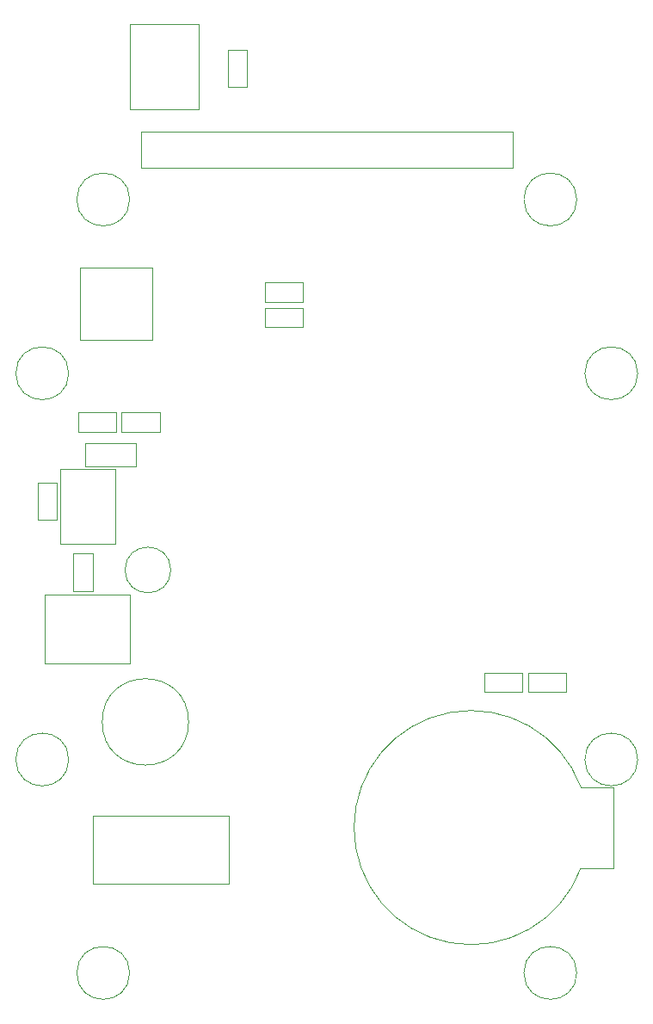
<source format=gbr>
%TF.GenerationSoftware,KiCad,Pcbnew,(5.1.10)-1*%
%TF.CreationDate,2023-09-30T19:16:06-07:00*%
%TF.ProjectId,PacmanClock_ESP32_SPI_v1_6,5061636d-616e-4436-9c6f-636b5f455350,1.6*%
%TF.SameCoordinates,Original*%
%TF.FileFunction,Other,User*%
%FSLAX46Y46*%
G04 Gerber Fmt 4.6, Leading zero omitted, Abs format (unit mm)*
G04 Created by KiCad (PCBNEW (5.1.10)-1) date 2023-09-30 19:16:06*
%MOMM*%
%LPD*%
G01*
G04 APERTURE LIST*
%ADD10C,0.120000*%
%ADD11C,0.050000*%
G04 APERTURE END LIST*
D10*
%TO.C,BT1*%
X193200000Y-142700000D02*
X190000000Y-142700000D01*
X190000000Y-134700000D02*
X193200000Y-134700000D01*
X193200000Y-134700000D02*
X193200000Y-142700000D01*
X189999999Y-142700000D02*
G75*
G02*
X189999999Y-134700001I-10799999J4000000D01*
G01*
D11*
%TO.C,U1*%
X144200000Y-110800000D02*
X144200000Y-103400000D01*
X138800000Y-110800000D02*
X144200000Y-110800000D01*
X138800000Y-103400000D02*
X138800000Y-110800000D01*
X144200000Y-103400000D02*
X138800000Y-103400000D01*
%TO.C,C6*%
X140020000Y-111720000D02*
X141980000Y-111720000D01*
X141980000Y-111720000D02*
X141980000Y-115480000D01*
X141980000Y-115480000D02*
X140020000Y-115480000D01*
X140020000Y-115480000D02*
X140020000Y-111720000D01*
%TO.C,C3*%
X151400000Y-128300000D02*
G75*
G03*
X151400000Y-128300000I-4250000J0D01*
G01*
%TO.C,C2*%
X146180000Y-100850000D02*
X146180000Y-103150000D01*
X146180000Y-103150000D02*
X141220000Y-103150000D01*
X141220000Y-103150000D02*
X141220000Y-100850000D01*
X141220000Y-100850000D02*
X146180000Y-100850000D01*
%TO.C,C5*%
X149650000Y-113350000D02*
G75*
G03*
X149650000Y-113350000I-2250000J0D01*
G01*
%TO.C,C1*%
X144820000Y-97820000D02*
X148580000Y-97820000D01*
X144820000Y-99780000D02*
X144820000Y-97820000D01*
X148580000Y-99780000D02*
X144820000Y-99780000D01*
X148580000Y-97820000D02*
X148580000Y-99780000D01*
%TO.C,R11*%
X188550000Y-125350000D02*
X184850000Y-125350000D01*
X188550000Y-123450000D02*
X188550000Y-125350000D01*
X184850000Y-123450000D02*
X188550000Y-123450000D01*
X184850000Y-125350000D02*
X184850000Y-123450000D01*
%TO.C,R10*%
X136550000Y-108450000D02*
X136550000Y-104750000D01*
X138450000Y-108450000D02*
X136550000Y-108450000D01*
X138450000Y-104750000D02*
X138450000Y-108450000D01*
X136550000Y-104750000D02*
X138450000Y-104750000D01*
%TO.C,R8*%
X144250000Y-99750000D02*
X140550000Y-99750000D01*
X144250000Y-97850000D02*
X144250000Y-99750000D01*
X140550000Y-97850000D02*
X144250000Y-97850000D01*
X140550000Y-99750000D02*
X140550000Y-97850000D01*
%TO.C,R7*%
X158950000Y-87550000D02*
X162650000Y-87550000D01*
X158950000Y-89450000D02*
X158950000Y-87550000D01*
X162650000Y-89450000D02*
X158950000Y-89450000D01*
X162650000Y-87550000D02*
X162650000Y-89450000D01*
%TO.C,R6*%
X180550000Y-123450000D02*
X184250000Y-123450000D01*
X180550000Y-125350000D02*
X180550000Y-123450000D01*
X184250000Y-125350000D02*
X180550000Y-125350000D01*
X184250000Y-123450000D02*
X184250000Y-125350000D01*
%TO.C,R2*%
X157150000Y-62150000D02*
X157150000Y-65850000D01*
X155250000Y-62150000D02*
X157150000Y-62150000D01*
X155250000Y-65850000D02*
X155250000Y-62150000D01*
X157150000Y-65850000D02*
X155250000Y-65850000D01*
%TO.C,R1*%
X158950000Y-85050000D02*
X162650000Y-85050000D01*
X158950000Y-86950000D02*
X158950000Y-85050000D01*
X162650000Y-86950000D02*
X158950000Y-86950000D01*
X162650000Y-85050000D02*
X162650000Y-86950000D01*
D10*
%TO.C,SW1*%
X140744000Y-90696000D02*
X140744000Y-83584000D01*
X147856000Y-90696000D02*
X140744000Y-90696000D01*
X147856000Y-83584000D02*
X147856000Y-90696000D01*
X140744000Y-83584000D02*
X147856000Y-83584000D01*
D11*
%TO.C,J4*%
X145650000Y-59650000D02*
X145650000Y-68050000D01*
X152400000Y-59650000D02*
X145650000Y-59650000D01*
X152400000Y-68050000D02*
X152400000Y-59650000D01*
X145650000Y-68050000D02*
X152400000Y-68050000D01*
%TO.C,J3*%
X137250000Y-122550000D02*
X145650000Y-122550000D01*
X137250000Y-115800000D02*
X137250000Y-122550000D01*
X145650000Y-115800000D02*
X137250000Y-115800000D01*
X145650000Y-122550000D02*
X145650000Y-115800000D01*
%TO.C,J2*%
X141950000Y-144250000D02*
X155350000Y-144250000D01*
X141950000Y-137500000D02*
X141950000Y-144250000D01*
X155350000Y-137500000D02*
X141950000Y-137500000D01*
X155350000Y-144250000D02*
X155350000Y-137500000D01*
%TO.C,H8*%
X195600000Y-132000000D02*
G75*
G03*
X195600000Y-132000000I-2600000J0D01*
G01*
%TO.C,H7*%
X195600000Y-94000000D02*
G75*
G03*
X195600000Y-94000000I-2600000J0D01*
G01*
%TO.C,H6*%
X139600000Y-132000000D02*
G75*
G03*
X139600000Y-132000000I-2600000J0D01*
G01*
%TO.C,H5*%
X139600000Y-94000000D02*
G75*
G03*
X139600000Y-94000000I-2600000J0D01*
G01*
%TO.C,J1*%
X146700000Y-73800000D02*
X146700000Y-70250000D01*
X146700000Y-70250000D02*
X183300000Y-70250000D01*
X183300000Y-70250000D02*
X183300000Y-73800000D01*
X183300000Y-73800000D02*
X146700000Y-73800000D01*
%TO.C,H4*%
X189600000Y-76900000D02*
G75*
G03*
X189600000Y-76900000I-2600000J0D01*
G01*
%TO.C,H3*%
X189600000Y-153000000D02*
G75*
G03*
X189600000Y-153000000I-2600000J0D01*
G01*
%TO.C,H2*%
X145600000Y-76900000D02*
G75*
G03*
X145600000Y-76900000I-2600000J0D01*
G01*
%TO.C,H1*%
X145600000Y-153000000D02*
G75*
G03*
X145600000Y-153000000I-2600000J0D01*
G01*
%TD*%
M02*

</source>
